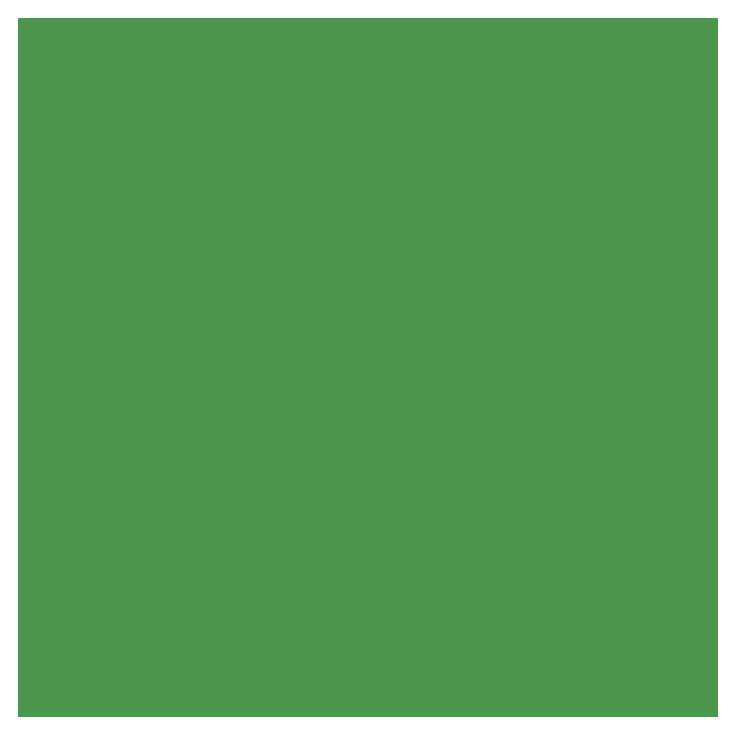
<source format=gbr>
%FSLAX33Y33*%
%MOMM*%
%SFA1B1*%

%IPPOS*%
%ADD10R,0.899998X0.699999*%
%ADD11R,0.999998X1.299997*%
%ADD12R,1.299997X0.999998*%
%ADD13R,1.399997X1.099998*%
%ADD14R,1.099998X1.399997*%
%ADD15R,2.059996X2.059996*%
%ADD16R,0.250000X0.809998*%
%ADD17R,0.809998X0.250000*%
%ADD18R,0.899998X0.649999*%
%ADD19O,0.599999X1.899996*%
%ADD20C,0.150000*%
%ADD21C,0.499999*%
%ADD22C,0.253999*%
%ADD23C,0.999998*%
%ADD24C,0.699999*%
%ADD25C,0.719999*%
%ADD26C,1.499997*%
%ADD27R,1.499997X1.499997*%
%ADD28R,1.499997X1.499997*%
%ADD29C,3.299993*%
%ADD30C,2.499995*%
%ADD31C,0.499999*%
G36*
X87806Y37583D02*
X87787D01*
Y36547*
Y14728*
X28487*
Y36889*
X28506Y36951*
Y73975*
X87806*
Y37583*
G37*
M02*

</source>
